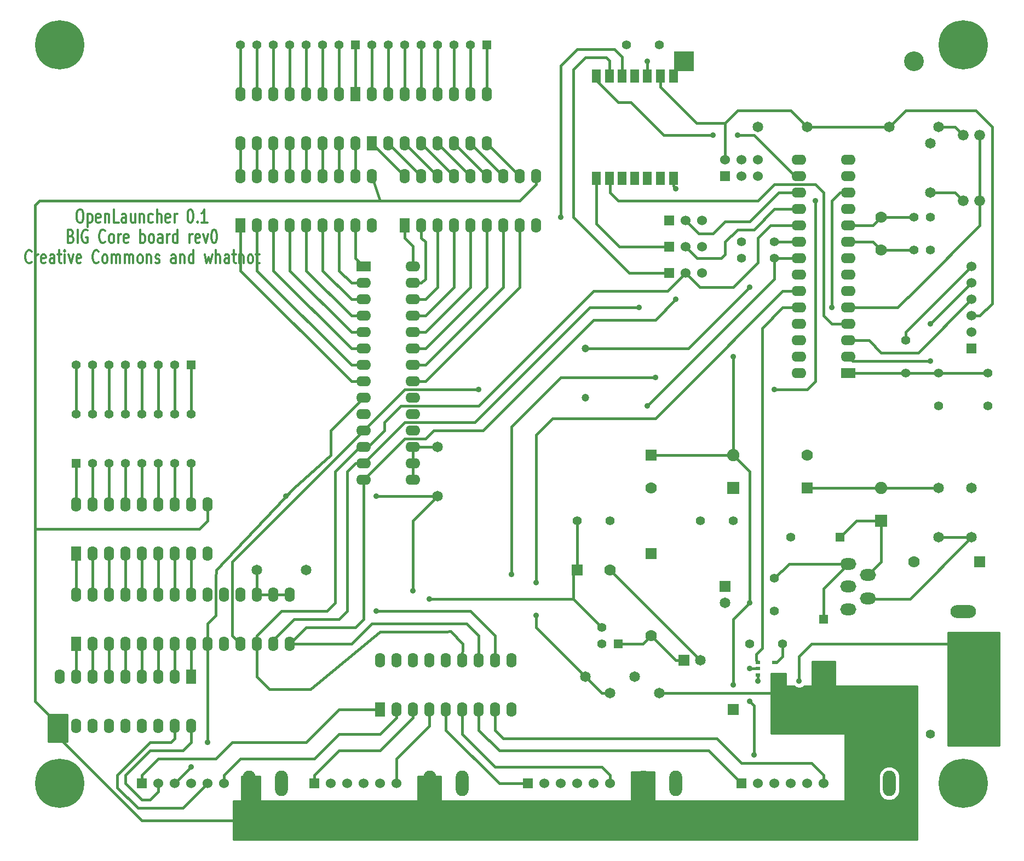
<source format=gtl>
G04 (created by PCBNEW-RS274X (2011-05-25)-stable) date Sat 09 Jun 2012 10:58:35 AM MDT*
G01*
G70*
G90*
%MOIN*%
G04 Gerber Fmt 3.4, Leading zero omitted, Abs format*
%FSLAX34Y34*%
G04 APERTURE LIST*
%ADD10C,0.006000*%
%ADD11C,0.012000*%
%ADD12R,0.055000X0.055000*%
%ADD13C,0.055000*%
%ADD14C,0.059100*%
%ADD15R,0.060000X0.060000*%
%ADD16C,0.060000*%
%ADD17C,0.066000*%
%ADD18R,0.075000X0.075000*%
%ADD19C,0.075000*%
%ADD20O,0.090000X0.062000*%
%ADD21R,0.090000X0.062000*%
%ADD22O,0.062000X0.090000*%
%ADD23R,0.062000X0.090000*%
%ADD24C,0.070000*%
%ADD25R,0.070000X0.070000*%
%ADD26R,0.055100X0.078700*%
%ADD27O,0.156000X0.078000*%
%ADD28R,0.065000X0.065000*%
%ADD29C,0.065000*%
%ADD30C,0.047200*%
%ADD31R,0.030000X0.020000*%
%ADD32R,0.120000X0.120000*%
%ADD33C,0.120000*%
%ADD34O,0.078000X0.156000*%
%ADD35O,0.098400X0.070900*%
%ADD36C,0.300000*%
%ADD37C,0.035000*%
%ADD38C,0.015800*%
%ADD39C,0.010000*%
G04 APERTURE END LIST*
G54D10*
G54D11*
X33672Y-32524D02*
X33786Y-32524D01*
X33844Y-32562D01*
X33901Y-32638D01*
X33929Y-32790D01*
X33929Y-33057D01*
X33901Y-33210D01*
X33844Y-33286D01*
X33786Y-33324D01*
X33672Y-33324D01*
X33615Y-33286D01*
X33558Y-33210D01*
X33529Y-33057D01*
X33529Y-32790D01*
X33558Y-32638D01*
X33615Y-32562D01*
X33672Y-32524D01*
X34187Y-32790D02*
X34187Y-33590D01*
X34187Y-32829D02*
X34244Y-32790D01*
X34358Y-32790D01*
X34415Y-32829D01*
X34444Y-32867D01*
X34473Y-32943D01*
X34473Y-33171D01*
X34444Y-33248D01*
X34415Y-33286D01*
X34358Y-33324D01*
X34244Y-33324D01*
X34187Y-33286D01*
X34958Y-33286D02*
X34901Y-33324D01*
X34787Y-33324D01*
X34730Y-33286D01*
X34701Y-33210D01*
X34701Y-32905D01*
X34730Y-32829D01*
X34787Y-32790D01*
X34901Y-32790D01*
X34958Y-32829D01*
X34987Y-32905D01*
X34987Y-32981D01*
X34701Y-33057D01*
X35244Y-32790D02*
X35244Y-33324D01*
X35244Y-32867D02*
X35272Y-32829D01*
X35330Y-32790D01*
X35415Y-32790D01*
X35472Y-32829D01*
X35501Y-32905D01*
X35501Y-33324D01*
X36073Y-33324D02*
X35787Y-33324D01*
X35787Y-32524D01*
X36530Y-33324D02*
X36530Y-32905D01*
X36501Y-32829D01*
X36444Y-32790D01*
X36330Y-32790D01*
X36273Y-32829D01*
X36530Y-33286D02*
X36473Y-33324D01*
X36330Y-33324D01*
X36273Y-33286D01*
X36244Y-33210D01*
X36244Y-33133D01*
X36273Y-33057D01*
X36330Y-33019D01*
X36473Y-33019D01*
X36530Y-32981D01*
X37073Y-32790D02*
X37073Y-33324D01*
X36816Y-32790D02*
X36816Y-33210D01*
X36844Y-33286D01*
X36902Y-33324D01*
X36987Y-33324D01*
X37044Y-33286D01*
X37073Y-33248D01*
X37359Y-32790D02*
X37359Y-33324D01*
X37359Y-32867D02*
X37387Y-32829D01*
X37445Y-32790D01*
X37530Y-32790D01*
X37587Y-32829D01*
X37616Y-32905D01*
X37616Y-33324D01*
X38159Y-33286D02*
X38102Y-33324D01*
X37988Y-33324D01*
X37930Y-33286D01*
X37902Y-33248D01*
X37873Y-33171D01*
X37873Y-32943D01*
X37902Y-32867D01*
X37930Y-32829D01*
X37988Y-32790D01*
X38102Y-32790D01*
X38159Y-32829D01*
X38416Y-33324D02*
X38416Y-32524D01*
X38673Y-33324D02*
X38673Y-32905D01*
X38644Y-32829D01*
X38587Y-32790D01*
X38502Y-32790D01*
X38444Y-32829D01*
X38416Y-32867D01*
X39187Y-33286D02*
X39130Y-33324D01*
X39016Y-33324D01*
X38959Y-33286D01*
X38930Y-33210D01*
X38930Y-32905D01*
X38959Y-32829D01*
X39016Y-32790D01*
X39130Y-32790D01*
X39187Y-32829D01*
X39216Y-32905D01*
X39216Y-32981D01*
X38930Y-33057D01*
X39473Y-33324D02*
X39473Y-32790D01*
X39473Y-32943D02*
X39501Y-32867D01*
X39530Y-32829D01*
X39587Y-32790D01*
X39644Y-32790D01*
X40415Y-32524D02*
X40472Y-32524D01*
X40529Y-32562D01*
X40558Y-32600D01*
X40587Y-32676D01*
X40615Y-32829D01*
X40615Y-33019D01*
X40587Y-33171D01*
X40558Y-33248D01*
X40529Y-33286D01*
X40472Y-33324D01*
X40415Y-33324D01*
X40358Y-33286D01*
X40329Y-33248D01*
X40301Y-33171D01*
X40272Y-33019D01*
X40272Y-32829D01*
X40301Y-32676D01*
X40329Y-32600D01*
X40358Y-32562D01*
X40415Y-32524D01*
X40872Y-33248D02*
X40900Y-33286D01*
X40872Y-33324D01*
X40843Y-33286D01*
X40872Y-33248D01*
X40872Y-33324D01*
X41472Y-33324D02*
X41129Y-33324D01*
X41301Y-33324D02*
X41301Y-32524D01*
X41244Y-32638D01*
X41186Y-32714D01*
X41129Y-32752D01*
X33173Y-34145D02*
X33259Y-34183D01*
X33287Y-34221D01*
X33316Y-34297D01*
X33316Y-34411D01*
X33287Y-34488D01*
X33259Y-34526D01*
X33201Y-34564D01*
X32973Y-34564D01*
X32973Y-33764D01*
X33173Y-33764D01*
X33230Y-33802D01*
X33259Y-33840D01*
X33287Y-33916D01*
X33287Y-33992D01*
X33259Y-34069D01*
X33230Y-34107D01*
X33173Y-34145D01*
X32973Y-34145D01*
X33573Y-34564D02*
X33573Y-33764D01*
X34173Y-33802D02*
X34116Y-33764D01*
X34030Y-33764D01*
X33945Y-33802D01*
X33887Y-33878D01*
X33859Y-33954D01*
X33830Y-34107D01*
X33830Y-34221D01*
X33859Y-34373D01*
X33887Y-34450D01*
X33945Y-34526D01*
X34030Y-34564D01*
X34087Y-34564D01*
X34173Y-34526D01*
X34202Y-34488D01*
X34202Y-34221D01*
X34087Y-34221D01*
X35259Y-34488D02*
X35230Y-34526D01*
X35144Y-34564D01*
X35087Y-34564D01*
X35002Y-34526D01*
X34944Y-34450D01*
X34916Y-34373D01*
X34887Y-34221D01*
X34887Y-34107D01*
X34916Y-33954D01*
X34944Y-33878D01*
X35002Y-33802D01*
X35087Y-33764D01*
X35144Y-33764D01*
X35230Y-33802D01*
X35259Y-33840D01*
X35602Y-34564D02*
X35544Y-34526D01*
X35516Y-34488D01*
X35487Y-34411D01*
X35487Y-34183D01*
X35516Y-34107D01*
X35544Y-34069D01*
X35602Y-34030D01*
X35687Y-34030D01*
X35744Y-34069D01*
X35773Y-34107D01*
X35802Y-34183D01*
X35802Y-34411D01*
X35773Y-34488D01*
X35744Y-34526D01*
X35687Y-34564D01*
X35602Y-34564D01*
X36059Y-34564D02*
X36059Y-34030D01*
X36059Y-34183D02*
X36087Y-34107D01*
X36116Y-34069D01*
X36173Y-34030D01*
X36230Y-34030D01*
X36658Y-34526D02*
X36601Y-34564D01*
X36487Y-34564D01*
X36430Y-34526D01*
X36401Y-34450D01*
X36401Y-34145D01*
X36430Y-34069D01*
X36487Y-34030D01*
X36601Y-34030D01*
X36658Y-34069D01*
X36687Y-34145D01*
X36687Y-34221D01*
X36401Y-34297D01*
X37401Y-34564D02*
X37401Y-33764D01*
X37401Y-34069D02*
X37458Y-34030D01*
X37572Y-34030D01*
X37629Y-34069D01*
X37658Y-34107D01*
X37687Y-34183D01*
X37687Y-34411D01*
X37658Y-34488D01*
X37629Y-34526D01*
X37572Y-34564D01*
X37458Y-34564D01*
X37401Y-34526D01*
X38030Y-34564D02*
X37972Y-34526D01*
X37944Y-34488D01*
X37915Y-34411D01*
X37915Y-34183D01*
X37944Y-34107D01*
X37972Y-34069D01*
X38030Y-34030D01*
X38115Y-34030D01*
X38172Y-34069D01*
X38201Y-34107D01*
X38230Y-34183D01*
X38230Y-34411D01*
X38201Y-34488D01*
X38172Y-34526D01*
X38115Y-34564D01*
X38030Y-34564D01*
X38744Y-34564D02*
X38744Y-34145D01*
X38715Y-34069D01*
X38658Y-34030D01*
X38544Y-34030D01*
X38487Y-34069D01*
X38744Y-34526D02*
X38687Y-34564D01*
X38544Y-34564D01*
X38487Y-34526D01*
X38458Y-34450D01*
X38458Y-34373D01*
X38487Y-34297D01*
X38544Y-34259D01*
X38687Y-34259D01*
X38744Y-34221D01*
X39030Y-34564D02*
X39030Y-34030D01*
X39030Y-34183D02*
X39058Y-34107D01*
X39087Y-34069D01*
X39144Y-34030D01*
X39201Y-34030D01*
X39658Y-34564D02*
X39658Y-33764D01*
X39658Y-34526D02*
X39601Y-34564D01*
X39487Y-34564D01*
X39429Y-34526D01*
X39401Y-34488D01*
X39372Y-34411D01*
X39372Y-34183D01*
X39401Y-34107D01*
X39429Y-34069D01*
X39487Y-34030D01*
X39601Y-34030D01*
X39658Y-34069D01*
X40401Y-34564D02*
X40401Y-34030D01*
X40401Y-34183D02*
X40429Y-34107D01*
X40458Y-34069D01*
X40515Y-34030D01*
X40572Y-34030D01*
X41000Y-34526D02*
X40943Y-34564D01*
X40829Y-34564D01*
X40772Y-34526D01*
X40743Y-34450D01*
X40743Y-34145D01*
X40772Y-34069D01*
X40829Y-34030D01*
X40943Y-34030D01*
X41000Y-34069D01*
X41029Y-34145D01*
X41029Y-34221D01*
X40743Y-34297D01*
X41229Y-34030D02*
X41372Y-34564D01*
X41514Y-34030D01*
X41857Y-33764D02*
X41914Y-33764D01*
X41971Y-33802D01*
X42000Y-33840D01*
X42029Y-33916D01*
X42057Y-34069D01*
X42057Y-34259D01*
X42029Y-34411D01*
X42000Y-34488D01*
X41971Y-34526D01*
X41914Y-34564D01*
X41857Y-34564D01*
X41800Y-34526D01*
X41771Y-34488D01*
X41743Y-34411D01*
X41714Y-34259D01*
X41714Y-34069D01*
X41743Y-33916D01*
X41771Y-33840D01*
X41800Y-33802D01*
X41857Y-33764D01*
X30771Y-35728D02*
X30742Y-35766D01*
X30656Y-35804D01*
X30599Y-35804D01*
X30514Y-35766D01*
X30456Y-35690D01*
X30428Y-35613D01*
X30399Y-35461D01*
X30399Y-35347D01*
X30428Y-35194D01*
X30456Y-35118D01*
X30514Y-35042D01*
X30599Y-35004D01*
X30656Y-35004D01*
X30742Y-35042D01*
X30771Y-35080D01*
X31028Y-35804D02*
X31028Y-35270D01*
X31028Y-35423D02*
X31056Y-35347D01*
X31085Y-35309D01*
X31142Y-35270D01*
X31199Y-35270D01*
X31627Y-35766D02*
X31570Y-35804D01*
X31456Y-35804D01*
X31399Y-35766D01*
X31370Y-35690D01*
X31370Y-35385D01*
X31399Y-35309D01*
X31456Y-35270D01*
X31570Y-35270D01*
X31627Y-35309D01*
X31656Y-35385D01*
X31656Y-35461D01*
X31370Y-35537D01*
X32170Y-35804D02*
X32170Y-35385D01*
X32141Y-35309D01*
X32084Y-35270D01*
X31970Y-35270D01*
X31913Y-35309D01*
X32170Y-35766D02*
X32113Y-35804D01*
X31970Y-35804D01*
X31913Y-35766D01*
X31884Y-35690D01*
X31884Y-35613D01*
X31913Y-35537D01*
X31970Y-35499D01*
X32113Y-35499D01*
X32170Y-35461D01*
X32370Y-35270D02*
X32599Y-35270D01*
X32456Y-35004D02*
X32456Y-35690D01*
X32484Y-35766D01*
X32542Y-35804D01*
X32599Y-35804D01*
X32799Y-35804D02*
X32799Y-35270D01*
X32799Y-35004D02*
X32770Y-35042D01*
X32799Y-35080D01*
X32827Y-35042D01*
X32799Y-35004D01*
X32799Y-35080D01*
X33028Y-35270D02*
X33171Y-35804D01*
X33313Y-35270D01*
X33770Y-35766D02*
X33713Y-35804D01*
X33599Y-35804D01*
X33542Y-35766D01*
X33513Y-35690D01*
X33513Y-35385D01*
X33542Y-35309D01*
X33599Y-35270D01*
X33713Y-35270D01*
X33770Y-35309D01*
X33799Y-35385D01*
X33799Y-35461D01*
X33513Y-35537D01*
X34856Y-35728D02*
X34827Y-35766D01*
X34741Y-35804D01*
X34684Y-35804D01*
X34599Y-35766D01*
X34541Y-35690D01*
X34513Y-35613D01*
X34484Y-35461D01*
X34484Y-35347D01*
X34513Y-35194D01*
X34541Y-35118D01*
X34599Y-35042D01*
X34684Y-35004D01*
X34741Y-35004D01*
X34827Y-35042D01*
X34856Y-35080D01*
X35199Y-35804D02*
X35141Y-35766D01*
X35113Y-35728D01*
X35084Y-35651D01*
X35084Y-35423D01*
X35113Y-35347D01*
X35141Y-35309D01*
X35199Y-35270D01*
X35284Y-35270D01*
X35341Y-35309D01*
X35370Y-35347D01*
X35399Y-35423D01*
X35399Y-35651D01*
X35370Y-35728D01*
X35341Y-35766D01*
X35284Y-35804D01*
X35199Y-35804D01*
X35656Y-35804D02*
X35656Y-35270D01*
X35656Y-35347D02*
X35684Y-35309D01*
X35742Y-35270D01*
X35827Y-35270D01*
X35884Y-35309D01*
X35913Y-35385D01*
X35913Y-35804D01*
X35913Y-35385D02*
X35942Y-35309D01*
X35999Y-35270D01*
X36084Y-35270D01*
X36142Y-35309D01*
X36170Y-35385D01*
X36170Y-35804D01*
X36456Y-35804D02*
X36456Y-35270D01*
X36456Y-35347D02*
X36484Y-35309D01*
X36542Y-35270D01*
X36627Y-35270D01*
X36684Y-35309D01*
X36713Y-35385D01*
X36713Y-35804D01*
X36713Y-35385D02*
X36742Y-35309D01*
X36799Y-35270D01*
X36884Y-35270D01*
X36942Y-35309D01*
X36970Y-35385D01*
X36970Y-35804D01*
X37342Y-35804D02*
X37284Y-35766D01*
X37256Y-35728D01*
X37227Y-35651D01*
X37227Y-35423D01*
X37256Y-35347D01*
X37284Y-35309D01*
X37342Y-35270D01*
X37427Y-35270D01*
X37484Y-35309D01*
X37513Y-35347D01*
X37542Y-35423D01*
X37542Y-35651D01*
X37513Y-35728D01*
X37484Y-35766D01*
X37427Y-35804D01*
X37342Y-35804D01*
X37799Y-35270D02*
X37799Y-35804D01*
X37799Y-35347D02*
X37827Y-35309D01*
X37885Y-35270D01*
X37970Y-35270D01*
X38027Y-35309D01*
X38056Y-35385D01*
X38056Y-35804D01*
X38313Y-35766D02*
X38370Y-35804D01*
X38485Y-35804D01*
X38542Y-35766D01*
X38570Y-35690D01*
X38570Y-35651D01*
X38542Y-35575D01*
X38485Y-35537D01*
X38399Y-35537D01*
X38342Y-35499D01*
X38313Y-35423D01*
X38313Y-35385D01*
X38342Y-35309D01*
X38399Y-35270D01*
X38485Y-35270D01*
X38542Y-35309D01*
X39542Y-35804D02*
X39542Y-35385D01*
X39513Y-35309D01*
X39456Y-35270D01*
X39342Y-35270D01*
X39285Y-35309D01*
X39542Y-35766D02*
X39485Y-35804D01*
X39342Y-35804D01*
X39285Y-35766D01*
X39256Y-35690D01*
X39256Y-35613D01*
X39285Y-35537D01*
X39342Y-35499D01*
X39485Y-35499D01*
X39542Y-35461D01*
X39828Y-35270D02*
X39828Y-35804D01*
X39828Y-35347D02*
X39856Y-35309D01*
X39914Y-35270D01*
X39999Y-35270D01*
X40056Y-35309D01*
X40085Y-35385D01*
X40085Y-35804D01*
X40628Y-35804D02*
X40628Y-35004D01*
X40628Y-35766D02*
X40571Y-35804D01*
X40457Y-35804D01*
X40399Y-35766D01*
X40371Y-35728D01*
X40342Y-35651D01*
X40342Y-35423D01*
X40371Y-35347D01*
X40399Y-35309D01*
X40457Y-35270D01*
X40571Y-35270D01*
X40628Y-35309D01*
X41314Y-35270D02*
X41428Y-35804D01*
X41542Y-35423D01*
X41657Y-35804D01*
X41771Y-35270D01*
X42000Y-35804D02*
X42000Y-35004D01*
X42257Y-35804D02*
X42257Y-35385D01*
X42228Y-35309D01*
X42171Y-35270D01*
X42086Y-35270D01*
X42028Y-35309D01*
X42000Y-35347D01*
X42800Y-35804D02*
X42800Y-35385D01*
X42771Y-35309D01*
X42714Y-35270D01*
X42600Y-35270D01*
X42543Y-35309D01*
X42800Y-35766D02*
X42743Y-35804D01*
X42600Y-35804D01*
X42543Y-35766D01*
X42514Y-35690D01*
X42514Y-35613D01*
X42543Y-35537D01*
X42600Y-35499D01*
X42743Y-35499D01*
X42800Y-35461D01*
X43000Y-35270D02*
X43229Y-35270D01*
X43086Y-35004D02*
X43086Y-35690D01*
X43114Y-35766D01*
X43172Y-35804D01*
X43229Y-35804D01*
X43429Y-35270D02*
X43429Y-35804D01*
X43429Y-35347D02*
X43457Y-35309D01*
X43515Y-35270D01*
X43600Y-35270D01*
X43657Y-35309D01*
X43686Y-35385D01*
X43686Y-35804D01*
X44058Y-35804D02*
X44000Y-35766D01*
X43972Y-35728D01*
X43943Y-35651D01*
X43943Y-35423D01*
X43972Y-35347D01*
X44000Y-35309D01*
X44058Y-35270D01*
X44143Y-35270D01*
X44200Y-35309D01*
X44229Y-35347D01*
X44258Y-35423D01*
X44258Y-35651D01*
X44229Y-35728D01*
X44200Y-35766D01*
X44143Y-35804D01*
X44058Y-35804D01*
X44429Y-35270D02*
X44658Y-35270D01*
X44515Y-35004D02*
X44515Y-35690D01*
X44543Y-35766D01*
X44601Y-35804D01*
X44658Y-35804D01*
G54D12*
X58500Y-22500D03*
G54D13*
X57500Y-22500D03*
X56500Y-22500D03*
X55500Y-22500D03*
X54500Y-22500D03*
X53500Y-22500D03*
X52500Y-22500D03*
X51500Y-22500D03*
G54D12*
X50500Y-22500D03*
G54D13*
X49500Y-22500D03*
X48500Y-22500D03*
X47500Y-22500D03*
X46500Y-22500D03*
X45500Y-22500D03*
X44500Y-22500D03*
X43500Y-22500D03*
G54D14*
X88500Y-62000D03*
X78500Y-62000D03*
G54D15*
X69600Y-34800D03*
G54D16*
X70600Y-34800D03*
X71600Y-34800D03*
G54D15*
X69600Y-36400D03*
G54D16*
X70600Y-36400D03*
X71600Y-36400D03*
G54D15*
X69600Y-33200D03*
G54D16*
X70600Y-33200D03*
X71600Y-33200D03*
G54D15*
X37500Y-67500D03*
G54D16*
X38500Y-67500D03*
X39500Y-67500D03*
X40500Y-67500D03*
X41500Y-67500D03*
X42500Y-67500D03*
G54D15*
X48000Y-67500D03*
G54D16*
X49000Y-67500D03*
X50000Y-67500D03*
X51000Y-67500D03*
X52000Y-67500D03*
X53000Y-67500D03*
G54D17*
X87500Y-28000D03*
X88500Y-28000D03*
X88500Y-32000D03*
X87500Y-32000D03*
G54D18*
X73500Y-49500D03*
G54D19*
X73500Y-47500D03*
G54D18*
X82500Y-51500D03*
G54D19*
X82500Y-49500D03*
G54D20*
X51000Y-37000D03*
X51000Y-38000D03*
X51000Y-39000D03*
X51000Y-40000D03*
X51000Y-41000D03*
X51000Y-42000D03*
X51000Y-43000D03*
X51000Y-44000D03*
X51000Y-45000D03*
X51000Y-46000D03*
X51000Y-47000D03*
X51000Y-48000D03*
X51000Y-49000D03*
G54D21*
X51000Y-36000D03*
G54D20*
X54000Y-49000D03*
X54000Y-48000D03*
X54000Y-47000D03*
X54000Y-46000D03*
X54000Y-45000D03*
X54000Y-44000D03*
X54000Y-43000D03*
X54000Y-42000D03*
X54000Y-41000D03*
X54000Y-40000D03*
X54000Y-39000D03*
X54000Y-38000D03*
X54000Y-37000D03*
X54000Y-36000D03*
G54D22*
X34500Y-59000D03*
X35500Y-59000D03*
X36500Y-59000D03*
X37500Y-59000D03*
X38500Y-59000D03*
X39500Y-59000D03*
X40500Y-59000D03*
X41500Y-59000D03*
X42500Y-59000D03*
X43500Y-59000D03*
X44500Y-59000D03*
X45500Y-59000D03*
X46500Y-59000D03*
G54D23*
X33500Y-59000D03*
G54D22*
X46500Y-56000D03*
X45500Y-56000D03*
X44500Y-56000D03*
X43500Y-56000D03*
X42500Y-56000D03*
X41500Y-56000D03*
X40500Y-56000D03*
X39500Y-56000D03*
X38500Y-56000D03*
X37500Y-56000D03*
X36500Y-56000D03*
X35500Y-56000D03*
X34500Y-56000D03*
X33500Y-56000D03*
G54D23*
X52000Y-63000D03*
G54D22*
X53000Y-63000D03*
X54000Y-63000D03*
X55000Y-63000D03*
X56000Y-63000D03*
X57000Y-63000D03*
X58000Y-63000D03*
X59000Y-63000D03*
X60000Y-63000D03*
X60000Y-60000D03*
X59000Y-60000D03*
X58000Y-60000D03*
X57000Y-60000D03*
X56000Y-60000D03*
X55000Y-60000D03*
X54000Y-60000D03*
X53000Y-60000D03*
X52000Y-60000D03*
G54D24*
X84500Y-54000D03*
G54D25*
X88500Y-54000D03*
G54D12*
X88500Y-64500D03*
G54D13*
X85500Y-64500D03*
X76000Y-34500D03*
X74000Y-34500D03*
X76500Y-59000D03*
X74500Y-59000D03*
X67000Y-22500D03*
X69000Y-22500D03*
X85500Y-35000D03*
X84500Y-35000D03*
X71500Y-51500D03*
X73500Y-51500D03*
X85500Y-33000D03*
X84500Y-33000D03*
G54D15*
X61000Y-67500D03*
G54D16*
X62000Y-67500D03*
X63000Y-67500D03*
X64000Y-67500D03*
X65000Y-67500D03*
X66000Y-67500D03*
G54D25*
X68500Y-47500D03*
G54D24*
X68500Y-49500D03*
G54D13*
X84000Y-42500D03*
X84000Y-40500D03*
G54D24*
X68500Y-58500D03*
G54D25*
X68500Y-53500D03*
G54D24*
X77500Y-63000D03*
G54D25*
X73500Y-63000D03*
G54D12*
X79000Y-57500D03*
G54D13*
X79000Y-60500D03*
G54D12*
X80000Y-52500D03*
G54D13*
X77000Y-52500D03*
G54D15*
X74000Y-67500D03*
G54D16*
X75000Y-67500D03*
X76000Y-67500D03*
X77000Y-67500D03*
X78000Y-67500D03*
X79000Y-67500D03*
G54D12*
X40500Y-42000D03*
G54D13*
X39500Y-42000D03*
X38500Y-42000D03*
X37500Y-42000D03*
X36500Y-42000D03*
X35500Y-42000D03*
X34500Y-42000D03*
X33500Y-42000D03*
G54D26*
X65157Y-30630D03*
X65945Y-30641D03*
X66732Y-30641D03*
X67500Y-30641D03*
X68268Y-30641D03*
X69055Y-30641D03*
X69843Y-30641D03*
X69843Y-24381D03*
X69055Y-24381D03*
X68268Y-24381D03*
X67500Y-24381D03*
X66732Y-24381D03*
X65945Y-24381D03*
X65157Y-24381D03*
G54D20*
X80500Y-41500D03*
X80500Y-40500D03*
X80500Y-39500D03*
X80500Y-38500D03*
X80500Y-37500D03*
X80500Y-36500D03*
X80500Y-35500D03*
X80500Y-34500D03*
X80500Y-33500D03*
X80500Y-32500D03*
X80500Y-31500D03*
X80500Y-30500D03*
X80500Y-29500D03*
G54D21*
X80500Y-42500D03*
G54D20*
X77500Y-29500D03*
X77500Y-30500D03*
X77500Y-31500D03*
X77500Y-32500D03*
X77500Y-33500D03*
X77500Y-34500D03*
X77500Y-35500D03*
X77500Y-36500D03*
X77500Y-37500D03*
X77500Y-38500D03*
X77500Y-39500D03*
X77500Y-40500D03*
X77500Y-41500D03*
X77500Y-42500D03*
G54D15*
X73000Y-30500D03*
G54D16*
X73000Y-29500D03*
X74000Y-30500D03*
X74000Y-29500D03*
X75000Y-30500D03*
X75000Y-29500D03*
G54D13*
X89000Y-42500D03*
X89000Y-44500D03*
X86000Y-42500D03*
X86000Y-44500D03*
G54D27*
X87500Y-58990D03*
X87500Y-57020D03*
G54D28*
X70500Y-60000D03*
G54D29*
X71500Y-60000D03*
G54D25*
X64000Y-54500D03*
G54D24*
X66000Y-54500D03*
G54D13*
X66000Y-51500D03*
X64000Y-51500D03*
G54D25*
X78000Y-49500D03*
G54D24*
X78000Y-47500D03*
G54D28*
X73000Y-55500D03*
G54D29*
X73000Y-56500D03*
G54D13*
X76000Y-57000D03*
X76000Y-55000D03*
X74000Y-35500D03*
X76000Y-35500D03*
G54D29*
X69000Y-62000D03*
X66000Y-62000D03*
X64500Y-61000D03*
X67500Y-61000D03*
X88000Y-49500D03*
X88000Y-52500D03*
X86000Y-52500D03*
X86000Y-49500D03*
X44500Y-54500D03*
X47500Y-54500D03*
X78000Y-27500D03*
X75000Y-27500D03*
G54D30*
X64500Y-44000D03*
X64500Y-41000D03*
G54D12*
X66500Y-59000D03*
G54D13*
X65500Y-59000D03*
X65500Y-58000D03*
G54D31*
X75000Y-60125D03*
X75000Y-60875D03*
X76000Y-60125D03*
X75000Y-60500D03*
X76000Y-60875D03*
G54D24*
X82500Y-33000D03*
X82500Y-35000D03*
G54D23*
X53500Y-33500D03*
G54D22*
X54500Y-33500D03*
X55500Y-33500D03*
X56500Y-33500D03*
X57500Y-33500D03*
X58500Y-33500D03*
X59500Y-33500D03*
X60500Y-33500D03*
X61500Y-33500D03*
X61500Y-30500D03*
X60500Y-30500D03*
X59500Y-30500D03*
X58500Y-30500D03*
X57500Y-30500D03*
X56500Y-30500D03*
X55500Y-30500D03*
X54500Y-30500D03*
X53500Y-30500D03*
G54D23*
X43500Y-33500D03*
G54D22*
X44500Y-33500D03*
X45500Y-33500D03*
X46500Y-33500D03*
X47500Y-33500D03*
X48500Y-33500D03*
X49500Y-33500D03*
X50500Y-33500D03*
X51500Y-33500D03*
X51500Y-30500D03*
X50500Y-30500D03*
X49500Y-30500D03*
X48500Y-30500D03*
X47500Y-30500D03*
X46500Y-30500D03*
X45500Y-30500D03*
X44500Y-30500D03*
X43500Y-30500D03*
G54D23*
X33500Y-53500D03*
G54D22*
X34500Y-53500D03*
X35500Y-53500D03*
X36500Y-53500D03*
X37500Y-53500D03*
X38500Y-53500D03*
X39500Y-53500D03*
X40500Y-53500D03*
X41500Y-53500D03*
X41500Y-50500D03*
X40500Y-50500D03*
X39500Y-50500D03*
X38500Y-50500D03*
X37500Y-50500D03*
X36500Y-50500D03*
X35500Y-50500D03*
X34500Y-50500D03*
X33500Y-50500D03*
G54D23*
X40500Y-61000D03*
G54D22*
X39500Y-61000D03*
X38500Y-61000D03*
X37500Y-61000D03*
X36500Y-61000D03*
X35500Y-61000D03*
X34500Y-61000D03*
X33500Y-61000D03*
X32500Y-61000D03*
X32500Y-64000D03*
X33500Y-64000D03*
X34500Y-64000D03*
X35500Y-64000D03*
X36500Y-64000D03*
X37500Y-64000D03*
X38500Y-64000D03*
X39500Y-64000D03*
X40500Y-64000D03*
G54D29*
X85500Y-31500D03*
X85500Y-28500D03*
X86000Y-27500D03*
X83000Y-27500D03*
G54D12*
X33500Y-48000D03*
G54D13*
X34500Y-48000D03*
X35500Y-48000D03*
X36500Y-48000D03*
X37500Y-48000D03*
X38500Y-48000D03*
X39500Y-48000D03*
X40500Y-48000D03*
X40500Y-45000D03*
X39500Y-45000D03*
X38500Y-45000D03*
X37500Y-45000D03*
X36500Y-45000D03*
X35500Y-45000D03*
X34500Y-45000D03*
X33500Y-45000D03*
G54D32*
X70500Y-23500D03*
G54D33*
X84500Y-23500D03*
G54D29*
X55500Y-47000D03*
X55500Y-50000D03*
G54D34*
X44010Y-67500D03*
X45980Y-67500D03*
X81010Y-67500D03*
X82980Y-67500D03*
X55010Y-67500D03*
X56980Y-67500D03*
X68010Y-67500D03*
X69980Y-67500D03*
G54D23*
X50500Y-25500D03*
G54D22*
X49500Y-25500D03*
X48500Y-25500D03*
X47500Y-25500D03*
X46500Y-25500D03*
X45500Y-25500D03*
X44500Y-25500D03*
X43500Y-25500D03*
X43500Y-28500D03*
X44500Y-28500D03*
X45500Y-28500D03*
X46500Y-28500D03*
X47500Y-28500D03*
X48500Y-28500D03*
X49500Y-28500D03*
X50500Y-28500D03*
G54D23*
X51500Y-28500D03*
G54D22*
X52500Y-28500D03*
X53500Y-28500D03*
X54500Y-28500D03*
X55500Y-28500D03*
X56500Y-28500D03*
X57500Y-28500D03*
X58500Y-28500D03*
X58500Y-25500D03*
X57500Y-25500D03*
X56500Y-25500D03*
X55500Y-25500D03*
X54500Y-25500D03*
X53500Y-25500D03*
X52500Y-25500D03*
X51500Y-25500D03*
G54D15*
X88000Y-41000D03*
G54D16*
X88000Y-40000D03*
X88000Y-39000D03*
X88000Y-38000D03*
X88000Y-37000D03*
X88000Y-36000D03*
G54D35*
X80504Y-55500D03*
X80504Y-54122D03*
X80504Y-56878D03*
X81685Y-56209D03*
X81685Y-54791D03*
G54D36*
X32500Y-22500D03*
X87500Y-22500D03*
X32500Y-67500D03*
X87500Y-67500D03*
G54D37*
X79500Y-38500D03*
X68750Y-42750D03*
X60000Y-54750D03*
X70000Y-38000D03*
X68250Y-44500D03*
X55000Y-56250D03*
X78500Y-32000D03*
X76000Y-43500D03*
X58000Y-43500D03*
X51750Y-57000D03*
X67750Y-38500D03*
X61500Y-55250D03*
X61500Y-57250D03*
X70000Y-31250D03*
X68250Y-23500D03*
X74500Y-60500D03*
X85500Y-39500D03*
X85500Y-41750D03*
X63000Y-33000D03*
X72250Y-28000D03*
X73750Y-28000D03*
X74500Y-37250D03*
X77500Y-61250D03*
X75000Y-61250D03*
X54000Y-55750D03*
X73500Y-61500D03*
X74500Y-62500D03*
X74750Y-65750D03*
X46250Y-50000D03*
X51750Y-50000D03*
X40500Y-66500D03*
X41500Y-65000D03*
X74500Y-56500D03*
X73500Y-41500D03*
G54D38*
X41500Y-50500D02*
X41500Y-51500D01*
X41000Y-52000D02*
X31000Y-52000D01*
X41500Y-51500D02*
X41000Y-52000D01*
X44010Y-67500D02*
X44010Y-68990D01*
X32500Y-64750D02*
X32500Y-64000D01*
X37500Y-69750D02*
X32500Y-64750D01*
X43250Y-69750D02*
X37500Y-69750D01*
X44010Y-68990D02*
X43250Y-69750D01*
X31250Y-32000D02*
X31000Y-32250D01*
X52000Y-32000D02*
X31250Y-32000D01*
X31000Y-62500D02*
X32500Y-64000D01*
X31000Y-32250D02*
X31000Y-52000D01*
X31000Y-52000D02*
X31000Y-62500D01*
X51500Y-30500D02*
X52000Y-32000D01*
X61500Y-31000D02*
X61500Y-30500D01*
X60500Y-32000D02*
X61500Y-31000D01*
X52000Y-32000D02*
X60500Y-32000D01*
X69000Y-62000D02*
X78500Y-62000D01*
X80000Y-31500D02*
X80500Y-31500D01*
X79500Y-32000D02*
X80000Y-31500D01*
X79500Y-38500D02*
X79500Y-32000D01*
X63000Y-42750D02*
X68750Y-42750D01*
X60000Y-45750D02*
X63000Y-42750D01*
X60000Y-54750D02*
X60000Y-45750D01*
X51000Y-49000D02*
X53500Y-46500D01*
X68750Y-39250D02*
X70000Y-38000D01*
X65000Y-39250D02*
X68750Y-39250D01*
X58250Y-46000D02*
X65000Y-39250D01*
X55250Y-46000D02*
X58250Y-46000D01*
X54750Y-46500D02*
X55250Y-46000D01*
X53500Y-46500D02*
X54750Y-46500D01*
X46500Y-59000D02*
X50250Y-59000D01*
X50250Y-59000D02*
X51500Y-57750D01*
X51000Y-49000D02*
X51000Y-57500D01*
X47500Y-58000D02*
X46500Y-59000D01*
X50500Y-58000D02*
X47500Y-58000D01*
X51000Y-57500D02*
X50500Y-58000D01*
X77500Y-32500D02*
X76000Y-32500D01*
X76000Y-32500D02*
X74750Y-33750D01*
X74750Y-33750D02*
X73750Y-33750D01*
X73750Y-33750D02*
X73000Y-34500D01*
X73000Y-34500D02*
X73000Y-35250D01*
X73000Y-35250D02*
X72750Y-35500D01*
X72750Y-35500D02*
X71300Y-35500D01*
X71300Y-35500D02*
X70600Y-34800D01*
X58000Y-58500D02*
X58000Y-60000D01*
X57250Y-57750D02*
X58000Y-58500D01*
X51500Y-57750D02*
X57250Y-57750D01*
X75000Y-60125D02*
X74875Y-60000D01*
X76500Y-38500D02*
X77500Y-38500D01*
X75250Y-39750D02*
X76500Y-38500D01*
X75250Y-40250D02*
X75250Y-39750D01*
X75250Y-59250D02*
X75250Y-40250D01*
X74875Y-59625D02*
X75250Y-59250D01*
X74875Y-59875D02*
X74875Y-59625D01*
X74875Y-60000D02*
X74875Y-59875D01*
X57025Y-58975D02*
X57000Y-60000D01*
X56275Y-58225D02*
X57025Y-58975D01*
X56000Y-58250D02*
X56275Y-58225D01*
X52000Y-58250D02*
X56000Y-58250D01*
X47750Y-61750D02*
X52000Y-58250D01*
X47500Y-61750D02*
X47750Y-61750D01*
X45250Y-61750D02*
X47500Y-61750D01*
X55500Y-44500D02*
X57500Y-44500D01*
X51250Y-47000D02*
X52250Y-46000D01*
X52250Y-46000D02*
X52250Y-45500D01*
X52250Y-45500D02*
X53250Y-44500D01*
X53250Y-44500D02*
X55500Y-44500D01*
X51000Y-47000D02*
X51250Y-47000D01*
X69500Y-37500D02*
X70600Y-36400D01*
X65000Y-37500D02*
X69500Y-37500D01*
X58000Y-44500D02*
X65000Y-37500D01*
X57500Y-44500D02*
X58000Y-44500D01*
X51000Y-47000D02*
X50750Y-47000D01*
X44500Y-58500D02*
X44500Y-59000D01*
X46000Y-57000D02*
X44500Y-58500D01*
X48750Y-57000D02*
X46000Y-57000D01*
X49250Y-56500D02*
X48750Y-57000D01*
X49250Y-48500D02*
X49250Y-56500D01*
X50750Y-47000D02*
X49250Y-48500D01*
X77500Y-33500D02*
X75750Y-33500D01*
X75750Y-33500D02*
X75000Y-34250D01*
X75000Y-34250D02*
X75000Y-35750D01*
X75000Y-35750D02*
X73500Y-37250D01*
X73500Y-37250D02*
X71450Y-37250D01*
X71450Y-37250D02*
X70600Y-36400D01*
X44500Y-59000D02*
X44500Y-61000D01*
X44500Y-61000D02*
X45250Y-61750D01*
X76000Y-35500D02*
X76000Y-36750D01*
X76000Y-36750D02*
X68250Y-44500D01*
X64000Y-51500D02*
X64000Y-54500D01*
X64000Y-54500D02*
X63750Y-54750D01*
X63750Y-54750D02*
X63750Y-56250D01*
X65500Y-58000D02*
X63750Y-56250D01*
X76000Y-35500D02*
X77500Y-35500D01*
X63750Y-56250D02*
X55000Y-56250D01*
X43500Y-59000D02*
X43000Y-58500D01*
X43000Y-54000D02*
X51000Y-46000D01*
X43000Y-58500D02*
X43000Y-54000D01*
X51000Y-46000D02*
X53500Y-43500D01*
X78500Y-43000D02*
X78500Y-32000D01*
X78000Y-43500D02*
X78500Y-43000D01*
X76000Y-43500D02*
X78000Y-43500D01*
X53500Y-43500D02*
X58000Y-43500D01*
X59000Y-58500D02*
X59000Y-60000D01*
X57500Y-57000D02*
X59000Y-58500D01*
X57000Y-57000D02*
X57500Y-57000D01*
X51750Y-57000D02*
X57000Y-57000D01*
X57750Y-45500D02*
X55500Y-45500D01*
X64750Y-38500D02*
X57750Y-45500D01*
X67750Y-38500D02*
X64750Y-38500D01*
X55500Y-45500D02*
X55250Y-45500D01*
X51000Y-48000D02*
X53500Y-45500D01*
X53500Y-45500D02*
X55250Y-45500D01*
X55250Y-45500D02*
X55500Y-45500D01*
X45500Y-59000D02*
X45500Y-58750D01*
X50500Y-48000D02*
X51000Y-48000D01*
X50000Y-48500D02*
X50500Y-48000D01*
X50000Y-57000D02*
X50000Y-48500D01*
X49500Y-57500D02*
X50000Y-57000D01*
X46750Y-57500D02*
X49500Y-57500D01*
X45500Y-58750D02*
X46750Y-57500D01*
X77500Y-31500D02*
X76250Y-31500D01*
X76250Y-31500D02*
X74500Y-33250D01*
X74500Y-33250D02*
X73000Y-33250D01*
X73000Y-33250D02*
X72250Y-34000D01*
X72250Y-34000D02*
X71400Y-34000D01*
X71400Y-34000D02*
X70600Y-33200D01*
X70250Y-43750D02*
X68750Y-45250D01*
X64500Y-61000D02*
X61500Y-58000D01*
X76500Y-37500D02*
X77500Y-37500D01*
X70250Y-43750D02*
X76500Y-37500D01*
X62500Y-45250D02*
X68750Y-45250D01*
X61500Y-46250D02*
X62500Y-45250D01*
X61500Y-55250D02*
X61500Y-46250D01*
X61500Y-58000D02*
X61500Y-57250D01*
X64500Y-61000D02*
X65500Y-62000D01*
X65500Y-62000D02*
X66000Y-62000D01*
X69843Y-30641D02*
X69843Y-31093D01*
X69843Y-31093D02*
X70000Y-31250D01*
X68268Y-24381D02*
X68268Y-23518D01*
X68268Y-23518D02*
X68250Y-23500D01*
X75000Y-60500D02*
X74500Y-60500D01*
X65157Y-30630D02*
X65157Y-33407D01*
X66550Y-34800D02*
X69600Y-34800D01*
X65157Y-33407D02*
X66550Y-34800D01*
X69600Y-36400D02*
X67150Y-36400D01*
X65945Y-23445D02*
X65945Y-24381D01*
X65750Y-23250D02*
X65945Y-23445D01*
X64500Y-23250D02*
X65750Y-23250D01*
X63750Y-24000D02*
X64500Y-23250D01*
X63750Y-33000D02*
X63750Y-24000D01*
X67150Y-36400D02*
X63750Y-33000D01*
X80500Y-42500D02*
X84000Y-42500D01*
X84000Y-42500D02*
X86000Y-42500D01*
X86000Y-42500D02*
X89000Y-42500D01*
X84500Y-33000D02*
X82500Y-33000D01*
X80500Y-33500D02*
X81750Y-33500D01*
X82000Y-33500D02*
X82500Y-33000D01*
X81750Y-33500D02*
X82000Y-33500D01*
X80500Y-41500D02*
X80750Y-41750D01*
X85500Y-39500D02*
X88000Y-37000D01*
X80750Y-41750D02*
X85500Y-41750D01*
X65945Y-30641D02*
X66000Y-30696D01*
X79500Y-39500D02*
X80500Y-39500D01*
X79000Y-39000D02*
X79500Y-39500D01*
X79000Y-31500D02*
X79000Y-39000D01*
X78500Y-31000D02*
X79000Y-31500D01*
X76000Y-31000D02*
X78500Y-31000D01*
X75000Y-32000D02*
X76000Y-31000D01*
X74500Y-32000D02*
X75000Y-32000D01*
X66500Y-32000D02*
X74500Y-32000D01*
X66000Y-31500D02*
X66500Y-32000D01*
X66000Y-30696D02*
X66000Y-31500D01*
X86000Y-27500D02*
X87000Y-27500D01*
X87000Y-27500D02*
X87500Y-28000D01*
X66732Y-24381D02*
X66732Y-23232D01*
X63000Y-23750D02*
X63000Y-33000D01*
X64000Y-22750D02*
X63000Y-23750D01*
X66250Y-22750D02*
X64000Y-22750D01*
X66732Y-23232D02*
X66250Y-22750D01*
X85500Y-31500D02*
X87000Y-31500D01*
X87000Y-31500D02*
X87500Y-32000D01*
X88500Y-28000D02*
X88500Y-32000D01*
X88500Y-32000D02*
X88500Y-33500D01*
X88500Y-33500D02*
X84750Y-37250D01*
X84750Y-37250D02*
X83500Y-38500D01*
X83500Y-38500D02*
X80500Y-38500D01*
X84500Y-35000D02*
X82500Y-35000D01*
X80500Y-34500D02*
X82000Y-34500D01*
X82000Y-34500D02*
X82500Y-35000D01*
X77500Y-30500D02*
X77250Y-30500D01*
X65250Y-24750D02*
X65157Y-24381D01*
X66500Y-26000D02*
X65250Y-24750D01*
X67250Y-26000D02*
X66500Y-26000D01*
X69250Y-28000D02*
X67250Y-26000D01*
X72250Y-28000D02*
X69250Y-28000D01*
X74750Y-28000D02*
X73750Y-28000D01*
X77250Y-30500D02*
X74750Y-28000D01*
X80500Y-40500D02*
X81500Y-40500D01*
X84750Y-41250D02*
X88000Y-38000D01*
X84500Y-41250D02*
X84750Y-41250D01*
X82500Y-41250D02*
X84500Y-41250D01*
X81750Y-40500D02*
X82500Y-41250D01*
X81500Y-40500D02*
X81750Y-40500D01*
X64500Y-41000D02*
X70750Y-41000D01*
X70750Y-41000D02*
X74500Y-37250D01*
X88000Y-36000D02*
X84000Y-40000D01*
X84000Y-40000D02*
X84000Y-40500D01*
X35500Y-53500D02*
X35500Y-56000D01*
X39500Y-53500D02*
X39500Y-56000D01*
X40500Y-59000D02*
X40500Y-61000D01*
X39500Y-59000D02*
X39500Y-61000D01*
X37500Y-59000D02*
X37500Y-61000D01*
X35500Y-59000D02*
X35500Y-61000D01*
X54000Y-37000D02*
X54500Y-37000D01*
X54500Y-34250D02*
X54500Y-33500D01*
X54750Y-34500D02*
X54500Y-34250D01*
X54750Y-36750D02*
X54750Y-34500D01*
X54500Y-37000D02*
X54750Y-36750D01*
X54000Y-39000D02*
X54750Y-39000D01*
X56500Y-37250D02*
X56500Y-33500D01*
X54750Y-39000D02*
X56500Y-37250D01*
X58500Y-33500D02*
X58500Y-37250D01*
X54750Y-41000D02*
X54000Y-41000D01*
X58500Y-37250D02*
X54750Y-41000D01*
X60500Y-33500D02*
X60500Y-37250D01*
X54750Y-43000D02*
X54000Y-43000D01*
X60500Y-37250D02*
X54750Y-43000D01*
X33500Y-59000D02*
X33500Y-61000D01*
X43500Y-28500D02*
X43500Y-30500D01*
X44500Y-28500D02*
X44500Y-30500D01*
X45500Y-28500D02*
X45500Y-30500D01*
X46500Y-28500D02*
X46500Y-30500D01*
X48500Y-28500D02*
X48500Y-30500D01*
X51500Y-28500D02*
X53500Y-30500D01*
X52500Y-28500D02*
X54500Y-30500D01*
X53500Y-28500D02*
X55500Y-30500D01*
X54500Y-28500D02*
X56500Y-30500D01*
X55500Y-28500D02*
X57500Y-30500D01*
X56500Y-28500D02*
X58500Y-30500D01*
X57500Y-28500D02*
X59500Y-30500D01*
X58500Y-28500D02*
X60500Y-30500D01*
X51000Y-41000D02*
X50250Y-41000D01*
X45500Y-36250D02*
X45500Y-33500D01*
X50250Y-41000D02*
X45500Y-36250D01*
X49500Y-33500D02*
X49500Y-36250D01*
X50250Y-37000D02*
X51000Y-37000D01*
X49500Y-36250D02*
X50250Y-37000D01*
X50500Y-28500D02*
X50500Y-30500D01*
X49500Y-28500D02*
X49500Y-30500D01*
X47500Y-28500D02*
X47500Y-30500D01*
X39500Y-50500D02*
X39500Y-48000D01*
X33500Y-50500D02*
X33500Y-48000D01*
X34500Y-48000D02*
X34500Y-50500D01*
X35500Y-50500D02*
X35500Y-48000D01*
X36500Y-48000D02*
X36500Y-50500D01*
X37500Y-50500D02*
X37500Y-48000D01*
X38500Y-48000D02*
X38500Y-50500D01*
X40500Y-48000D02*
X40500Y-50500D01*
X34500Y-59000D02*
X34500Y-61000D01*
X36500Y-59000D02*
X36500Y-61000D01*
X40500Y-56000D02*
X40500Y-53500D01*
X38500Y-56000D02*
X38500Y-53500D01*
X37500Y-53500D02*
X37500Y-56000D01*
X36500Y-56000D02*
X36500Y-53500D01*
X38500Y-59000D02*
X38500Y-61000D01*
X55500Y-33500D02*
X55500Y-37250D01*
X54750Y-38000D02*
X54000Y-38000D01*
X55500Y-37250D02*
X54750Y-38000D01*
X48500Y-33500D02*
X48500Y-36250D01*
X50250Y-38000D02*
X51000Y-38000D01*
X48500Y-36250D02*
X50250Y-38000D01*
X47500Y-33500D02*
X47500Y-36250D01*
X50250Y-39000D02*
X51000Y-39000D01*
X47500Y-36250D02*
X50250Y-39000D01*
X46500Y-56000D02*
X45500Y-56000D01*
X45500Y-56000D02*
X44500Y-56000D01*
X44500Y-56000D02*
X44500Y-54500D01*
X46500Y-33500D02*
X46500Y-36250D01*
X50250Y-40000D02*
X51000Y-40000D01*
X46500Y-36250D02*
X50250Y-40000D01*
X50500Y-33500D02*
X50500Y-35500D01*
X50500Y-35500D02*
X51000Y-36000D01*
X43500Y-33500D02*
X43500Y-36250D01*
X50250Y-43000D02*
X51000Y-43000D01*
X43500Y-36250D02*
X50250Y-43000D01*
X59500Y-33500D02*
X59500Y-37250D01*
X54750Y-42000D02*
X54000Y-42000D01*
X59500Y-37250D02*
X54750Y-42000D01*
X57500Y-33500D02*
X57500Y-37250D01*
X54750Y-40000D02*
X54000Y-40000D01*
X57500Y-37250D02*
X54750Y-40000D01*
X55500Y-47000D02*
X54000Y-47000D01*
X54000Y-47000D02*
X54000Y-48000D01*
X54000Y-48000D02*
X54000Y-49000D01*
X54000Y-36000D02*
X54000Y-34750D01*
X53500Y-34250D02*
X53500Y-33500D01*
X54000Y-34750D02*
X53500Y-34250D01*
X33500Y-53500D02*
X33500Y-56000D01*
X34500Y-56000D02*
X34500Y-53500D01*
X44500Y-33500D02*
X44500Y-36250D01*
X50250Y-42000D02*
X51000Y-42000D01*
X44500Y-36250D02*
X50250Y-42000D01*
X80000Y-52500D02*
X81000Y-51500D01*
X81000Y-51500D02*
X82500Y-51500D01*
X81685Y-54791D02*
X82500Y-53976D01*
X82500Y-53976D02*
X82500Y-51500D01*
X68500Y-58500D02*
X68000Y-59000D01*
X68000Y-59000D02*
X66500Y-59000D01*
X70500Y-60000D02*
X70000Y-60000D01*
X70000Y-60000D02*
X68500Y-58500D01*
X75000Y-60875D02*
X75000Y-61250D01*
X78260Y-58990D02*
X87500Y-58990D01*
X77500Y-59750D02*
X78260Y-58990D01*
X77500Y-61250D02*
X77500Y-59750D01*
X88500Y-62000D02*
X88500Y-64500D01*
X87500Y-58990D02*
X87500Y-61000D01*
X87500Y-61000D02*
X88500Y-62000D01*
X88000Y-52500D02*
X84250Y-56250D01*
X81726Y-56250D02*
X81685Y-56209D01*
X84250Y-56250D02*
X81726Y-56250D01*
X86000Y-52500D02*
X88000Y-52500D01*
X66000Y-54500D02*
X71500Y-60000D01*
X86000Y-49500D02*
X82500Y-49500D01*
X82500Y-49500D02*
X78000Y-49500D01*
X79000Y-57500D02*
X79000Y-55626D01*
X79000Y-55626D02*
X80504Y-54122D01*
X80504Y-54122D02*
X76878Y-54122D01*
X76878Y-54122D02*
X76000Y-55000D01*
X73500Y-57500D02*
X74500Y-56500D01*
X73500Y-61500D02*
X73500Y-57500D01*
X74750Y-62750D02*
X74500Y-62500D01*
X74750Y-65750D02*
X74750Y-62750D01*
X55500Y-50000D02*
X54000Y-51500D01*
X54000Y-51500D02*
X54000Y-55750D01*
X55500Y-50000D02*
X51750Y-50000D01*
X46250Y-50000D02*
X46757Y-49506D01*
X41500Y-59000D02*
X41500Y-57750D01*
X49000Y-46000D02*
X51000Y-44000D01*
X49000Y-47500D02*
X49000Y-46000D01*
X42007Y-54506D02*
X46757Y-49506D01*
X46757Y-49506D02*
X49000Y-47500D01*
X42000Y-55000D02*
X42007Y-54506D01*
X42000Y-57250D02*
X42000Y-55000D01*
X41500Y-57750D02*
X42000Y-57250D01*
X41500Y-59000D02*
X41500Y-65000D01*
X40500Y-66500D02*
X39500Y-67500D01*
X74500Y-48500D02*
X73500Y-47500D01*
X74500Y-56500D02*
X74500Y-48500D01*
X76000Y-60125D02*
X76125Y-60125D01*
X76500Y-59750D02*
X76500Y-59000D01*
X76125Y-60125D02*
X76500Y-59750D01*
X73500Y-41500D02*
X73500Y-47500D01*
X69055Y-24381D02*
X69055Y-25055D01*
X71250Y-27250D02*
X73000Y-27250D01*
X69055Y-25055D02*
X71250Y-27250D01*
X88000Y-39000D02*
X88500Y-39000D01*
X84000Y-26500D02*
X83000Y-27500D01*
X88250Y-26500D02*
X84000Y-26500D01*
X89250Y-27500D02*
X88250Y-26500D01*
X89250Y-38250D02*
X89250Y-27500D01*
X88500Y-39000D02*
X89250Y-38250D01*
X83000Y-27500D02*
X78000Y-27500D01*
X78000Y-27500D02*
X77000Y-26500D01*
X77000Y-26500D02*
X73750Y-26500D01*
X73750Y-26500D02*
X73000Y-27250D01*
X73000Y-27250D02*
X73000Y-29500D01*
X68500Y-47500D02*
X73500Y-47500D01*
X76000Y-34500D02*
X77500Y-34500D01*
X37500Y-67500D02*
X37500Y-67000D01*
X37500Y-67000D02*
X38500Y-66000D01*
X49500Y-63000D02*
X52000Y-63000D01*
X47500Y-65000D02*
X49500Y-63000D01*
X43000Y-65000D02*
X47500Y-65000D01*
X42000Y-66000D02*
X43000Y-65000D01*
X38500Y-66000D02*
X42000Y-66000D01*
X42500Y-67500D02*
X42500Y-67000D01*
X42500Y-67000D02*
X43500Y-66000D01*
X53000Y-63500D02*
X53000Y-63000D01*
X52000Y-64500D02*
X53000Y-63500D01*
X49500Y-64500D02*
X52000Y-64500D01*
X48000Y-66000D02*
X49500Y-64500D01*
X43500Y-66000D02*
X48000Y-66000D01*
X48000Y-67000D02*
X48000Y-67500D01*
X49500Y-65500D02*
X48000Y-67000D01*
X52000Y-65500D02*
X49500Y-65500D01*
X54000Y-63000D02*
X54000Y-63500D01*
X54000Y-63500D02*
X52000Y-65500D01*
X53000Y-67500D02*
X53000Y-66500D01*
X53000Y-66500D02*
X53000Y-66000D01*
X55000Y-64000D02*
X55000Y-63000D01*
X53000Y-66000D02*
X55000Y-64000D01*
X59250Y-67500D02*
X61000Y-67500D01*
X56000Y-63000D02*
X56000Y-64250D01*
X56000Y-64250D02*
X59250Y-67500D01*
X66000Y-67000D02*
X66000Y-67500D01*
X65500Y-66500D02*
X66000Y-67000D01*
X59000Y-66500D02*
X65500Y-66500D01*
X57000Y-64500D02*
X59000Y-66500D01*
X57000Y-63000D02*
X57000Y-64000D01*
X57000Y-64000D02*
X57000Y-64500D01*
X72000Y-65500D02*
X74000Y-67500D01*
X59250Y-65500D02*
X72000Y-65500D01*
X58000Y-63000D02*
X58000Y-64250D01*
X58000Y-64250D02*
X59250Y-65500D01*
X59000Y-63000D02*
X59000Y-64250D01*
X59000Y-64250D02*
X59500Y-64750D01*
X79000Y-67000D02*
X79000Y-67500D01*
X78250Y-66250D02*
X79000Y-67000D01*
X74000Y-66250D02*
X78250Y-66250D01*
X72500Y-64750D02*
X74000Y-66250D01*
X59500Y-64750D02*
X72500Y-64750D01*
X38500Y-67500D02*
X38500Y-68000D01*
X40500Y-65000D02*
X40500Y-64000D01*
X40000Y-65500D02*
X40500Y-65000D01*
X38000Y-65500D02*
X40000Y-65500D01*
X36500Y-67000D02*
X38000Y-65500D01*
X36500Y-67500D02*
X36500Y-67000D01*
X37500Y-68500D02*
X36500Y-67500D01*
X38000Y-68500D02*
X37500Y-68500D01*
X38500Y-68000D02*
X38000Y-68500D01*
X39500Y-42000D02*
X39500Y-45000D01*
X38500Y-42000D02*
X38500Y-45000D01*
X37500Y-45000D02*
X37500Y-42000D01*
X36500Y-42000D02*
X36500Y-45000D01*
X35500Y-45000D02*
X35500Y-42000D01*
X34500Y-42000D02*
X34500Y-45000D01*
X33500Y-45000D02*
X33500Y-42000D01*
X39500Y-64000D02*
X39500Y-64750D01*
X40000Y-69000D02*
X41500Y-67500D01*
X37250Y-69000D02*
X40000Y-69000D01*
X36000Y-67750D02*
X37250Y-69000D01*
X36000Y-67000D02*
X36000Y-67750D01*
X38000Y-65000D02*
X36000Y-67000D01*
X39250Y-65000D02*
X38000Y-65000D01*
X39500Y-64750D02*
X39250Y-65000D01*
X40500Y-45000D02*
X40500Y-42000D01*
X50500Y-22500D02*
X50500Y-25500D01*
X57500Y-25500D02*
X57500Y-22500D01*
X56500Y-22500D02*
X56500Y-25500D01*
X55500Y-25500D02*
X55500Y-22500D01*
X54500Y-22500D02*
X54500Y-25500D01*
X53500Y-25500D02*
X53500Y-22500D01*
X52500Y-22500D02*
X52500Y-25500D01*
X51500Y-25500D02*
X51500Y-22500D01*
X49500Y-25500D02*
X49500Y-22500D01*
X48500Y-22500D02*
X48500Y-25500D01*
X47500Y-25500D02*
X47500Y-22500D01*
X46500Y-22500D02*
X46500Y-25500D01*
X45500Y-25500D02*
X45500Y-22500D01*
X44500Y-22500D02*
X44500Y-25500D01*
X43500Y-25500D02*
X43500Y-22500D01*
X58500Y-22500D02*
X58500Y-25500D01*
G54D10*
G36*
X84700Y-70925D02*
X83608Y-70925D01*
X83608Y-68036D01*
X83608Y-67786D01*
X83608Y-66966D01*
X83513Y-66735D01*
X83336Y-66558D01*
X83106Y-66462D01*
X82856Y-66462D01*
X82625Y-66557D01*
X82448Y-66734D01*
X82352Y-66964D01*
X82352Y-67214D01*
X82352Y-68034D01*
X82447Y-68265D01*
X82624Y-68442D01*
X82854Y-68538D01*
X83104Y-68538D01*
X83335Y-68443D01*
X83512Y-68266D01*
X83608Y-68036D01*
X83608Y-70925D01*
X43050Y-70925D01*
X43050Y-68550D01*
X43550Y-68550D01*
X43550Y-67050D01*
X44700Y-67050D01*
X44700Y-68550D01*
X54300Y-68550D01*
X54300Y-67050D01*
X55700Y-67050D01*
X55700Y-68550D01*
X67300Y-68550D01*
X67300Y-66800D01*
X68700Y-66800D01*
X68700Y-68550D01*
X80300Y-68550D01*
X80300Y-64450D01*
X75800Y-64450D01*
X75800Y-60800D01*
X76700Y-60800D01*
X76700Y-61550D01*
X77199Y-61550D01*
X77259Y-61610D01*
X77415Y-61675D01*
X77584Y-61675D01*
X77740Y-61611D01*
X77801Y-61550D01*
X78300Y-61550D01*
X78300Y-60050D01*
X79700Y-60050D01*
X79700Y-61550D01*
X84700Y-61550D01*
X84700Y-70925D01*
X84700Y-70925D01*
G37*
G54D39*
X84700Y-70925D02*
X83608Y-70925D01*
X83608Y-68036D01*
X83608Y-67786D01*
X83608Y-66966D01*
X83513Y-66735D01*
X83336Y-66558D01*
X83106Y-66462D01*
X82856Y-66462D01*
X82625Y-66557D01*
X82448Y-66734D01*
X82352Y-66964D01*
X82352Y-67214D01*
X82352Y-68034D01*
X82447Y-68265D01*
X82624Y-68442D01*
X82854Y-68538D01*
X83104Y-68538D01*
X83335Y-68443D01*
X83512Y-68266D01*
X83608Y-68036D01*
X83608Y-70925D01*
X43050Y-70925D01*
X43050Y-68550D01*
X43550Y-68550D01*
X43550Y-67050D01*
X44700Y-67050D01*
X44700Y-68550D01*
X54300Y-68550D01*
X54300Y-67050D01*
X55700Y-67050D01*
X55700Y-68550D01*
X67300Y-68550D01*
X67300Y-66800D01*
X68700Y-66800D01*
X68700Y-68550D01*
X80300Y-68550D01*
X80300Y-64450D01*
X75800Y-64450D01*
X75800Y-60800D01*
X76700Y-60800D01*
X76700Y-61550D01*
X77199Y-61550D01*
X77259Y-61610D01*
X77415Y-61675D01*
X77584Y-61675D01*
X77740Y-61611D01*
X77801Y-61550D01*
X78300Y-61550D01*
X78300Y-60050D01*
X79700Y-60050D01*
X79700Y-61550D01*
X84700Y-61550D01*
X84700Y-70925D01*
G54D10*
G36*
X89675Y-65200D02*
X86550Y-65200D01*
X86550Y-58300D01*
X89675Y-58300D01*
X89675Y-65200D01*
X89675Y-65200D01*
G37*
G54D39*
X89675Y-65200D02*
X86550Y-65200D01*
X86550Y-58300D01*
X89675Y-58300D01*
X89675Y-65200D01*
G54D10*
G36*
X32950Y-64950D02*
X31800Y-64950D01*
X31800Y-63300D01*
X32950Y-63300D01*
X32950Y-64950D01*
X32950Y-64950D01*
G37*
G54D39*
X32950Y-64950D02*
X31800Y-64950D01*
X31800Y-63300D01*
X32950Y-63300D01*
X32950Y-64950D01*
M02*

</source>
